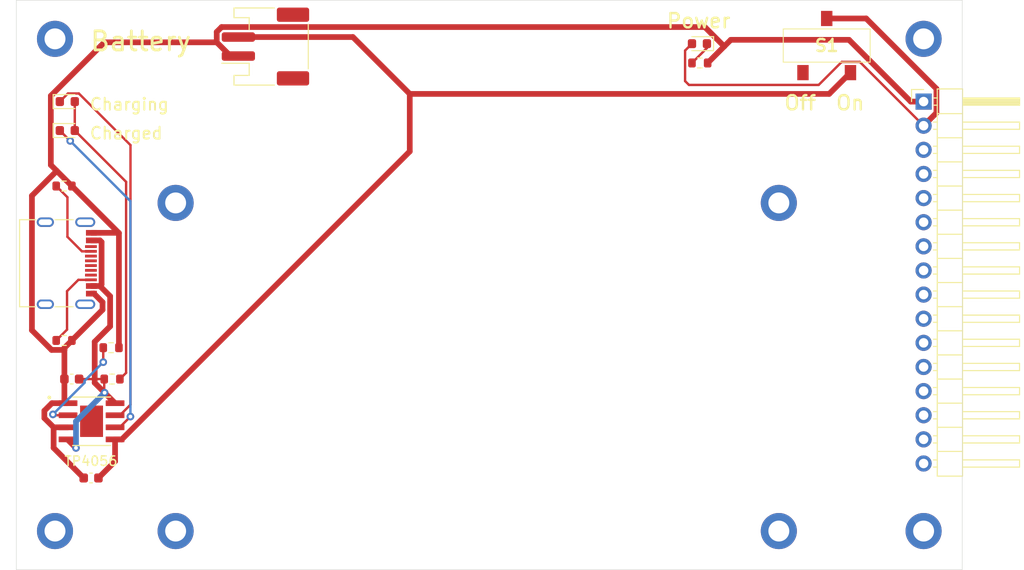
<source format=kicad_pcb>
(kicad_pcb (version 20221018) (generator pcbnew)
  (layers (0 "F.Cu" signal) (31 "B.Cu" signal) (34 "B.Paste" user) (35 "F.Paste" user) (36 "B.SilkS" user "B.Silkscreen") (37 "F.SilkS" user "F.Silkscreen") (38 "B.Mask" user) (39 "F.Mask" user) (44 "Edge.Cuts" user))
  (net 0 "")
  (net 1 "GND")
  (net 2 "Net-(BT1-Pin_2)")
  (net 3 "Net-(U1-CE)")
  (net 4 "Net-(D1-K)")
  (net 5 "Net-(D1-A)")
  (net 6 "Net-(D2-K)")
  (net 7 "Net-(D3-K)")
  (net 8 "VCC")
  (net 23 "Net-(J4-CC1)")
  (net 24 "Net-(J4-CC2)")
  (net 25 "Net-(U1-PROG)")
  (footprint "MountingHole:MountingHole_2.2mm_M2_DIN965_Pad" (layer "F.Cu") (at 107.188 43.688)
    (fp_text reference "HOLE6" hide)
    (fp_text value "MountingHole_2.2mm_M2_DIN965_Pad" hide)
    (pad "1" thru_hole circle (at 0 0) (size 3.8 3.8) (drill 2.2) (layers "*.Cu" "*.Mask"))
  )
  (footprint "Connector_PinHeader_2.54mm:PinHeader_1x16_P2.54mm_Horizontal" (layer "F.Cu") (at 122.428 33.02)
    (fp_text reference "J1" hide)
    (fp_text value "Conn_01x16")
    (fp_line (start -1.27 -1.27) (end 0 -1.27) (stroke (width 0.12)) (layer "F.SilkS"))
    (fp_line (start -1.27 0) (end -1.27 -1.27) (stroke (width 0.12)) (layer "F.SilkS"))
    (fp_line (start 1.042929 2.16) (end 1.44 2.16) (stroke (width 0.12)) (layer "F.SilkS"))
    (fp_line (start 1.042929 2.92) (end 1.44 2.92) (stroke (width 0.12)) (layer "F.SilkS"))
    (fp_line (start 1.042929 4.7) (end 1.44 4.7) (stroke (width 0.12)) (layer "F.SilkS"))
    (fp_line (start 1.042929 5.46) (end 1.44 5.46) (stroke (width 0.12)) (layer "F.SilkS"))
    (fp_line (start 1.042929 7.24) (end 1.44 7.24) (stroke (width 0.12)) (layer "F.SilkS"))
    (fp_line (start 1.042929 8) (end 1.44 8) (stroke (width 0.12)) (layer "F.SilkS"))
    (fp_line (start 1.042929 9.78) (end 1.44 9.78) (stroke (width 0.12)) (layer "F.SilkS"))
    (fp_line (start 1.042929 10.54) (end 1.44 10.54) (stroke (width 0.12)) (layer "F.SilkS"))
    (fp_line (start 1.042929 12.32) (end 1.44 12.32) (stroke (width 0.12)) (layer "F.SilkS"))
    (fp_line (start 1.042929 13.08) (end 1.44 13.08) (stroke (width 0.12)) (layer "F.SilkS"))
    (fp_line (start 1.042929 14.86) (end 1.44 14.86) (stroke (width 0.12)) (layer "F.SilkS"))
    (fp_line (start 1.042929 15.62) (end 1.44 15.62) (stroke (width 0.12)) (layer "F.SilkS"))
    (fp_line (start 1.042929 17.4) (end 1.44 17.4) (stroke (width 0.12)) (layer "F.SilkS"))
    (fp_line (start 1.042929 18.16) (end 1.44 18.16) (stroke (width 0.12)) (layer "F.SilkS"))
    (fp_line (start 1.042929 19.94) (end 1.44 19.94) (stroke (width 0.12)) (layer "F.SilkS"))
    (fp_line (start 1.042929 20.7) (end 1.44 20.7) (stroke (width 0.12)) (layer "F.SilkS"))
    (fp_line (start 1.042929 22.48) (end 1.44 22.48) (stroke (width 0.12)) (layer "F.SilkS"))
    (fp_line (start 1.042929 23.24) (end 1.44 23.24) (stroke (width 0.12)) (layer "F.SilkS"))
    (fp_line (start 1.042929 25.02) (end 1.44 25.02) (stroke (width 0.12)) (layer "F.SilkS"))
    (fp_line (start 1.042929 25.78) (end 1.44 25.78) (stroke (width 0.12)) (layer "F.SilkS"))
    (fp_line (start 1.042929 27.56) (end 1.44 27.56) (stroke (width 0.12)) (layer "F.SilkS"))
    (fp_line (start 1.042929 28.32) (end 1.44 28.32) (stroke (width 0.12)) (layer "F.SilkS"))
    (fp_line (start 1.042929 30.1) (end 1.44 30.1) (stroke (width 0.12)) (layer "F.SilkS"))
    (fp_line (start 1.042929 30.86) (end 1.44 30.86) (stroke (width 0.12)) (layer "F.SilkS"))
    (fp_line (start 1.042929 32.64) (end 1.44 32.64) (stroke (width 0.12)) (layer "F.SilkS"))
    (fp_line (start 1.042929 33.4) (end 1.44 33.4) (stroke (width 0.12)) (layer "F.SilkS"))
    (fp_line (start 1.042929 35.18) (end 1.44 35.18) (stroke (width 0.12)) (layer "F.SilkS"))
    (fp_line (start 1.042929 35.94) (end 1.44 35.94) (stroke (width 0.12)) (layer "F.SilkS"))
    (fp_line (start 1.042929 37.72) (end 1.44 37.72) (stroke (width 0.12)) (layer "F.SilkS"))
    (fp_line (start 1.042929 38.48) (end 1.44 38.48) (stroke (width 0.12)) (layer "F.SilkS"))
    (fp_line (start 1.11 -0.38) (end 1.44 -0.38) (stroke (width 0.12)) (layer "F.SilkS"))
    (fp_line (start 1.11 0.38) (end 1.44 0.38) (stroke (width 0.12)) (layer "F.SilkS"))
    (fp_line (start 1.44 -1.33) (end 1.44 39.43) (stroke (width 0.12)) (layer "F.SilkS"))
    (fp_line (start 1.44 1.27) (end 4.1 1.27) (stroke (width 0.12)) (layer "F.SilkS"))
    (fp_line (start 1.44 3.81) (end 4.1 3.81) (stroke (width 0.12)) (layer "F.SilkS"))
    (fp_line (start 1.44 6.35) (end 4.1 6.35) (stroke (width 0.12)) (layer "F.SilkS"))
    (fp_line (start 1.44 8.89) (end 4.1 8.89) (stroke (width 0.12)) (layer "F.SilkS"))
    (fp_line (start 1.44 11.43) (end 4.1 11.43) (stroke (width 0.12)) (layer "F.SilkS"))
    (fp_line (start 1.44 13.97) (end 4.1 13.97) (stroke (width 0.12)) (layer "F.SilkS"))
    (fp_line (start 1.44 16.51) (end 4.1 16.51) (stroke (width 0.12)) (layer "F.SilkS"))
    (fp_line (start 1.44 19.05) (end 4.1 19.05) (stroke (width 0.12)) (layer "F.SilkS"))
    (fp_line (start 1.44 21.59) (end 4.1 21.59) (stroke (width 0.12)) (layer "F.SilkS"))
    (fp_line (start 1.44 24.13) (end 4.1 24.13) (stroke (width 0.12)) (layer "F.SilkS"))
    (fp_line (start 1.44 26.67) (end 4.1 26.67) (stroke (width 0.12)) (layer "F.SilkS"))
    (fp_line (start 1.44 29.21) (end 4.1 29.21) (stroke (width 0.12)) (layer "F.SilkS"))
    (fp_line (start 1.44 31.75) (end 4.1 31.75) (stroke (width 0.12)) (layer "F.SilkS"))
    (fp_line (start 1.44 34.29) (end 4.1 34.29) (stroke (width 0.12)) (layer "F.SilkS"))
    (fp_line (start 1.44 36.83) (end 4.1 36.83) (stroke (width 0.12)) (layer "F.SilkS"))
    (fp_line (start 1.44 39.43) (end 4.1 39.43) (stroke (width 0.12)) (layer "F.SilkS"))
    (fp_line (start 4.1 -1.33) (end 1.44 -1.33) (stroke (width 0.12)) (layer "F.SilkS"))
    (fp_line (start 4.1 -0.38) (end 10.1 -0.38) (stroke (width 0.12)) (layer "F.SilkS"))
    (fp_line (start 4.1 -0.32) (end 10.1 -0.32) (stroke (width 0.12)) (layer "F.SilkS"))
    (fp_line (start 4.1 -0.2) (end 10.1 -0.2) (stroke (width 0.12)) (layer "F.SilkS"))
    (fp_line (start 4.1 -0.08) (end 10.1 -0.08) (stroke (width 0.12)) (layer "F.SilkS"))
    (fp_line (start 4.1 0.04) (end 10.1 0.04) (stroke (width 0.12)) (layer "F.SilkS"))
    (fp_line (start 4.1 0.16) (end 10.1 0.16) (stroke (width 0.12)) (layer "F.SilkS"))
    (fp_line (start 4.1 0.28) (end 10.1 0.28) (stroke (width 0.12)) (layer "F.SilkS"))
    (fp_line (start 4.1 2.16) (end 10.1 2.16) (stroke (width 0.12)) (layer "F.SilkS"))
    (fp_line (start 4.1 4.7) (end 10.1 4.7) (stroke (width 0.12)) (layer "F.SilkS"))
    (fp_line (start 4.1 7.24) (end 10.1 7.24) (stroke (width 0.12)) (layer "F.SilkS"))
    (fp_line (start 4.1 9.78) (end 10.1 9.78) (stroke (width 0.12)) (layer "F.SilkS"))
    (fp_line (start 4.1 12.32) (end 10.1 12.32) (stroke (width 0.12)) (layer "F.SilkS"))
    (fp_line (start 4.1 14.86) (end 10.1 14.86) (stroke (width 0.12)) (layer "F.SilkS"))
    (fp_line (start 4.1 17.4) (end 10.1 17.4) (stroke (width 0.12)) (layer "F.SilkS"))
    (fp_line (start 4.1 19.94) (end 10.1 19.94) (stroke (width 0.12)) (layer "F.SilkS"))
    (fp_line (start 4.1 22.48) (end 10.1 22.48) (stroke (width 0.12)) (layer "F.SilkS"))
    (fp_line (start 4.1 25.02) (end 10.1 25.02) (stroke (width 0.12)) (layer "F.SilkS"))
    (fp_line (start 4.1 27.56) (end 10.1 27.56) (stroke (width 0.12)) (layer "F.SilkS"))
    (fp_line (start 4.1 30.1) (end 10.1 30.1) (stroke (width 0.12)) (layer "F.SilkS"))
    (fp_line (start 4.1 32.64) (end 10.1 32.64) (stroke (width 0.12)) (layer "F.SilkS"))
    (fp_line (start 4.1 35.18) (end 10.1 35.18) (stroke (width 0.12)) (layer "F.SilkS"))
    (fp_line (start 4.1 37.72) (end 10.1 37.72) (stroke (width 0.12)) (layer "F.SilkS"))
    (fp_line (start 4.1 39.43) (end 4.1 -1.33) (stroke (width 0.12)) (layer "F.SilkS"))
    (fp_line (start 10.1 -0.38) (end 10.1 0.38) (stroke (width 0.12)) (layer "F.SilkS"))
    (fp_line (start 10.1 0.38) (end 4.1 0.38) (stroke (width 0.12)) (layer "F.SilkS"))
    (fp_line (start 10.1 2.16) (end 10.1 2.92) (stroke (width 0.12)) (layer "F.SilkS"))
    (fp_line (start 10.1 2.92) (end 4.1 2.92) (stroke (width 0.12)) (layer "F.SilkS"))
    (fp_line (start 10.1 4.7) (end 10.1 5.46) (stroke (width 0.12)) (layer "F.SilkS"))
    (fp_line (start 10.1 5.46) (end 4.1 5.46) (stroke (width 0.12)) (layer "F.SilkS"))
    (fp_line (start 10.1 7.24) (end 10.1 8) (stroke (width 0.12)) (layer "F.SilkS"))
    (fp_line (start 10.1 8) (end 4.1 8) (stroke (width 0.12)) (layer "F.SilkS"))
    (fp_line (start 10.1 9.78) (end 10.1 10.54) (stroke (width 0.12)) (layer "F.SilkS"))
    (fp_line (start 10.1 10.54) (end 4.1 10.54) (stroke (width 0.12)) (layer "F.SilkS"))
    (fp_line (start 10.1 12.32) (end 10.1 13.08) (stroke (width 0.12)) (layer "F.SilkS"))
    (fp_line (start 10.1 13.08) (end 4.1 13.08) (stroke (width 0.12)) (layer "F.SilkS"))
    (fp_line (start 10.1 14.86) (end 10.1 15.62) (stroke (width 0.12)) (layer "F.SilkS"))
    (fp_line (start 10.1 15.62) (end 4.1 15.62) (stroke (width 0.12)) (layer "F.SilkS"))
    (fp_line (start 10.1 17.4) (end 10.1 18.16) (stroke (width 0.12)) (layer "F.SilkS"))
    (fp_line (start 10.1 18.16) (end 4.1 18.16) (stroke (width 0.12)) (layer "F.SilkS"))
    (fp_line (start 10.1 19.94) (end 10.1 20.7) (stroke (width 0.12)) (layer "F.SilkS"))
    (fp_line (start 10.1 20.7) (end 4.1 20.7) (stroke (width 0.12)) (layer "F.SilkS"))
    (fp_line (start 10.1 22.48) (end 10.1 23.24) (stroke (width 0.12)) (layer "F.SilkS"))
    (fp_line (start 10.1 23.24) (end 4.1 23.24) (stroke (width 0.12)) (layer "F.SilkS"))
    (fp_line (start 10.1 25.02) (end 10.1 25.78) (stroke (width 0.12)) (layer "F.SilkS"))
    (fp_line (start 10.1 25.78) (end 4.1 25.78) (stroke (width 0.12)) (layer "F.SilkS"))
    (fp_line (start 10.1 27.56) (end 10.1 28.32) (stroke (width 0.12)) (layer "F.SilkS"))
    (fp_line (start 10.1 28.32) (end 4.1 28.32) (stroke (width 0.12)) (layer "F.SilkS"))
    (fp_line (start 10.1 30.1) (end 10.1 30.86) (stroke (width 0.12)) (layer "F.SilkS"))
    (fp_line (start 10.1 30.86) (end 4.1 30.86) (stroke (width 0.12)) (layer "F.SilkS"))
    (fp_line (start 10.1 32.64) (end 10.1 33.4) (stroke (width 0.12)) (layer "F.SilkS"))
    (fp_line (start 10.1 33.4) (end 4.1 33.4) (stroke (width 0.12)) (layer "F.SilkS"))
    (fp_line (start 10.1 35.18) (end 10.1 35.94) (stroke (width 0.12)) (layer "F.SilkS"))
    (fp_line (start 10.1 35.94) (end 4.1 35.94) (stroke (width 0.12)) (layer "F.SilkS"))
    (fp_line (start 10.1 37.72) (end 10.1 38.48) (stroke (width 0.12)) (layer "F.SilkS"))
    (fp_line (start 10.1 38.48) (end 4.1 38.48) (stroke (width 0.12)) (layer "F.SilkS"))
    (pad "1" thru_hole rect (at 0 0) (size 1.7 1.7) (drill 1) (layers "*.Cu" "*.Mask") (net 1 "GND"))
    (pad "2" thru_hole oval (at 0 2.54) (size 1.7 1.7) (drill 1) (layers "*.Cu" "*.Mask") (net 8 "VCC"))
    (pad "3" thru_hole oval (at 0 5.08) (size 1.7 1.7) (drill 1) (layers "*.Cu" "*.Mask"))
    (pad "4" thru_hole oval (at 0 7.62) (size 1.7 1.7) (drill 1) (layers "*.Cu" "*.Mask"))
    (pad "5" thru_hole oval (at 0 10.16) (size 1.7 1.7) (drill 1) (layers "*.Cu" "*.Mask"))
    (pad "6" thru_hole oval (at 0 12.7) (size 1.7 1.7) (drill 1) (layers "*.Cu" "*.Mask"))
    (pad "7" thru_hole oval (at 0 15.24) (size 1.7 1.7) (drill 1) (layers "*.Cu" "*.Mask"))
    (pad "8" thru_hole oval (at 0 17.78) (size 1.7 1.7) (drill 1) (layers "*.Cu" "*.Mask"))
    (pad "9" thru_hole oval (at 0 20.32) (size 1.7 1.7) (drill 1) (layers "*.Cu" "*.Mask"))
    (pad "10" thru_hole oval (at 0 22.86) (size 1.7 1.7) (drill 1) (layers "*.Cu" "*.Mask"))
    (pad "11" thru_hole oval (at 0 25.4) (size 1.7 1.7) (drill 1) (layers "*.Cu" "*.Mask"))
    (pad "12" thru_hole oval (at 0 27.94) (size 1.7 1.7) (drill 1) (layers "*.Cu" "*.Mask"))
    (pad "13" thru_hole oval (at 0 30.48) (size 1.7 1.7) (drill 1) (layers "*.Cu" "*.Mask"))
    (pad "14" thru_hole oval (at 0 33.02) (size 1.7 1.7) (drill 1) (layers "*.Cu" "*.Mask"))
    (pad "15" thru_hole oval (at 0 35.56) (size 1.7 1.7) (drill 1) (layers "*.Cu" "*.Mask"))
    (pad "16" thru_hole oval (at 0 38.1) (size 1.7 1.7) (drill 1) (layers "*.Cu" "*.Mask"))
  )
  (footprint "MountingHole:MountingHole_2.2mm_M2_DIN965_Pad" (layer "F.Cu") (at 43.688 43.688)
    (fp_text reference "HOLE5" hide)
    (fp_text value "MountingHole_2.2mm_M2_DIN965_Pad" hide)
    (pad "1" thru_hole circle (at 0 0) (size 3.8 3.8) (drill 2.2) (layers "*.Cu" "*.Mask"))
  )
  (footprint "Resistor_SMD:R_0603_1608Metric" (layer "F.Cu") (at 31.941 58.166 180)
    (fp_text reference "R3")
    (fp_text value "5.1k")
    (fp_line (start -0.237258 -0.5225) (end 0.237258 -0.5225) (stroke (width 0.12)) (layer "F.SilkS"))
    (fp_line (start -0.237258 0.5225) (end 0.237258 0.5225) (stroke (width 0.12)) (layer "F.SilkS"))
    (pad "1" smd roundrect (at -0.825 0 180) (size 0.8 0.95) (layers "F.Cu" "F.Paste" "F.Mask") (net 1 "GND"))
    (pad "2" smd roundrect (at 0.825 0 180) (size 0.8 0.95) (layers "F.Cu" "F.Paste" "F.Mask") (net 24 "Net-(J4-CC2)"))
  )
  (footprint "LED_SMD:LED_0603_1608Metric" (layer "F.Cu") (at 98.8315 26.924 180)
    (fp_text reference "D3")
    (fp_text value "LED")
    (fp_line (start -1.485 -0.735) (end -1.485 0.735) (stroke (width 0.12)) (layer "F.SilkS"))
    (fp_line (start -1.485 0.735) (end 0.8 0.735) (stroke (width 0.12)) (layer "F.SilkS"))
    (fp_line (start 0.8 -0.735) (end -1.485 -0.735) (stroke (width 0.12)) (layer "F.SilkS"))
    (pad "1" smd roundrect (at -0.7875 0 180) (size 0.875 0.95) (layers "F.Cu" "F.Paste" "F.Mask") (net 7 "Net-(D3-K)"))
    (pad "2" smd roundrect (at 0.7875 0 180) (size 0.875 0.95) (layers "F.Cu" "F.Paste" "F.Mask") (net 8 "VCC"))
  )
  (footprint "updated_libs:USB_C_Receptacle_G-Switch_GT-USB-7010ASV" (layer "F.Cu") (at 31.047 50.036 -90)
    (fp_text reference "J4")
    (fp_text value "USB_C_Receptacle_PowerOnly_6P")
    (fp_line (start -4.58 -1.85) (end -4.58 0.07) (stroke (width 0.12)) (layer "F.SilkS"))
    (fp_line (start -4.58 3.785) (end -4.58 2.08) (stroke (width 0.12)) (layer "F.SilkS"))
    (fp_line (start 4.58 0.07) (end 4.58 -1.85) (stroke (width 0.12)) (layer "F.SilkS"))
    (fp_line (start 4.58 2.08) (end 4.58 3.785) (stroke (width 0.12)) (layer "F.SilkS"))
    (fp_line (start 4.58 3.785) (end -4.58 3.785) (stroke (width 0.12)) (layer "F.SilkS"))
    (pad "" thru_hole oval (at -4.32 -3.125 270) (size 1 2.1) (drill oval 0.6 1.7) (layers "*.Cu" "*.Mask"))
    (pad "" thru_hole oval (at -4.32 1.075 270) (size 1 1.8) (drill oval 0.6 1.4) (layers "*.Cu" "*.Mask"))
    (pad "" np_thru_hole circle (at -2.89 -2.605 270) (size 0.65 0.65) (drill 0.65) (layers "*.Cu" "*.Mask"))
    (pad "" np_thru_hole circle (at 2.89 -2.605 270) (size 0.65 0.65) (drill 0.65) (layers "*.Cu" "*.Mask"))
    (pad "" thru_hole oval (at 4.32 -3.125 270) (size 1 2.1) (drill oval 0.6 1.7) (layers "*.Cu" "*.Mask"))
    (pad "" thru_hole oval (at 4.32 1.075 270) (size 1 1.8) (drill oval 0.6 1.4) (layers "*.Cu" "*.Mask"))
    (pad "A5" smd rect (at -1.25 -3.725 270) (size 0.3 1.24) (layers "F.Cu" "F.Paste" "F.Mask") (net 23 "Net-(J4-CC1)"))
    (pad "A6" smd rect (at -0.25 -3.725 270) (size 0.3 1.24) (layers "F.Cu" "F.Paste" "F.Mask"))
    (pad "A7" smd rect (at 0.25 -3.725 270) (size 0.3 1.24) (layers "F.Cu" "F.Paste" "F.Mask"))
    (pad "A8" smd rect (at 1.25 -3.725 270) (size 0.3 1.24) (layers "F.Cu" "F.Paste" "F.Mask"))
    (pad "A9" smd rect (at 2.4 -3.7725 270) (size 0.6 1.145) (layers "F.Cu" "F.Paste" "F.Mask") (net 3 "Net-(U1-CE)"))
    (pad "A12" smd rect (at 3.2 -3.7725 270) (size 0.6 1.145) (layers "F.Cu" "F.Paste" "F.Mask") (net 1 "GND"))
    (pad "B5" smd rect (at 1.75 -3.725 270) (size 0.3 1.24) (layers "F.Cu" "F.Paste" "F.Mask") (net 24 "Net-(J4-CC2)"))
    (pad "B6" smd rect (at 0.75 -3.725 270) (size 0.3 1.24) (layers "F.Cu" "F.Paste" "F.Mask"))
    (pad "B7" smd rect (at -0.75 -3.725 270) (size 0.3 1.24) (layers "F.Cu" "F.Paste" "F.Mask"))
    (pad "B8" smd rect (at -1.75 -3.725 270) (size 0.3 1.24) (layers "F.Cu" "F.Paste" "F.Mask"))
    (pad "B9" smd rect (at -2.4 -3.7725 270) (size 0.6 1.145) (layers "F.Cu" "F.Paste" "F.Mask") (net 3 "Net-(U1-CE)"))
    (pad "B12" smd rect (at -3.2 -3.7725 270) (size 0.6 1.145) (layers "F.Cu" "F.Paste" "F.Mask") (net 1 "GND"))
  )
  (footprint "LED_SMD:LED_0603_1608Metric" (layer "F.Cu") (at 32.2835 33.02)
    (fp_text reference "D2" hide)
    (fp_text value "RED")
    (fp_line (start -1.485 -0.735) (end -1.485 0.735) (stroke (width 0.12)) (layer "F.SilkS"))
    (fp_line (start -1.485 0.735) (end 0.8 0.735) (stroke (width 0.12)) (layer "F.SilkS"))
    (fp_line (start 0.8 -0.735) (end -1.485 -0.735) (stroke (width 0.12)) (layer "F.SilkS"))
    (pad "1" smd roundrect (at -0.7875 0) (size 0.875 0.95) (layers "F.Cu" "F.Paste" "F.Mask") (net 6 "Net-(D2-K)"))
    (pad "2" smd roundrect (at 0.7875 0) (size 0.875 0.95) (layers "F.Cu" "F.Paste" "F.Mask") (net 5 "Net-(D1-A)"))
  )
  (footprint "MountingHole:MountingHole_2.2mm_M2_DIN965_Pad" (layer "F.Cu") (at 122.428 26.416)
    (fp_text reference "HOLE2" hide)
    (fp_text value "MountingHole_2.2mm_M2_DIN965_Pad" hide)
    (pad "1" thru_hole circle (at 0 0) (size 3.8 3.8) (drill 2.2) (layers "*.Cu" "*.Mask"))
  )
  (footprint "Resistor_SMD:R_0603_1608Metric" (layer "F.Cu") (at 98.869 28.956 180)
    (fp_text reference "R5")
    (fp_text value "10k")
    (fp_line (start -0.237258 -0.5225) (end 0.237258 -0.5225) (stroke (width 0.12)) (layer "F.SilkS"))
    (fp_line (start -0.237258 0.5225) (end 0.237258 0.5225) (stroke (width 0.12)) (layer "F.SilkS"))
    (pad "1" smd roundrect (at -0.825 0 180) (size 0.8 0.95) (layers "F.Cu" "F.Paste" "F.Mask") (net 1 "GND"))
    (pad "2" smd roundrect (at 0.825 0 180) (size 0.8 0.95) (layers "F.Cu" "F.Paste" "F.Mask") (net 7 "Net-(D3-K)"))
  )
  (footprint "LED_SMD:LED_0603_1608Metric" (layer "F.Cu") (at 32.2835 36.068)
    (fp_text reference "D1" hide)
    (fp_text value "GREEN")
    (fp_line (start -1.485 -0.735) (end -1.485 0.735) (stroke (width 0.12)) (layer "F.SilkS"))
    (fp_line (start -1.485 0.735) (end 0.8 0.735) (stroke (width 0.12)) (layer "F.SilkS"))
    (fp_line (start 0.8 -0.735) (end -1.485 -0.735) (stroke (width 0.12)) (layer "F.SilkS"))
    (pad "1" smd roundrect (at -0.7875 0) (size 0.875 0.95) (layers "F.Cu" "F.Paste" "F.Mask") (net 4 "Net-(D1-K)"))
    (pad "2" smd roundrect (at 0.7875 0) (size 0.875 0.95) (layers "F.Cu" "F.Paste" "F.Mask") (net 5 "Net-(D1-A)"))
  )
  (footprint "Resistor_SMD:R_0603_1608Metric" (layer "F.Cu") (at 36.893 58.928 180)
    (fp_text reference "R1" hide)
    (fp_text value "1.2k")
    (fp_line (start -0.237258 -0.5225) (end 0.237258 -0.5225) (stroke (width 0.12)) (layer "F.SilkS"))
    (fp_line (start -0.237258 0.5225) (end 0.237258 0.5225) (stroke (width 0.12)) (layer "F.SilkS"))
    (pad "1" smd roundrect (at -0.825 0 180) (size 0.8 0.95) (layers "F.Cu" "F.Paste" "F.Mask") (net 1 "GND"))
    (pad "2" smd roundrect (at 0.825 0 180) (size 0.8 0.95) (layers "F.Cu" "F.Paste" "F.Mask") (net 25 "Net-(U1-PROG)"))
  )
  (footprint "Capacitor_SMD:C_0603_1608Metric" (layer "F.Cu") (at 32.753 62.23 180)
    (fp_text reference "C1" hide)
    (fp_text value "10uF")
    (fp_line (start -0.14058 -0.51) (end 0.14058 -0.51) (stroke (width 0.12)) (layer "F.SilkS"))
    (fp_line (start -0.14058 0.51) (end 0.14058 0.51) (stroke (width 0.12)) (layer "F.SilkS"))
    (pad "1" smd roundrect (at -0.775 0 180) (size 0.9 0.95) (layers "F.Cu" "F.Paste" "F.Mask") (net 3 "Net-(U1-CE)"))
    (pad "2" smd roundrect (at 0.775 0 180) (size 0.9 0.95) (layers "F.Cu" "F.Paste" "F.Mask") (net 1 "GND"))
  )
  (footprint "MountingHole:MountingHole_2.2mm_M2_DIN965_Pad" (layer "F.Cu") (at 30.988 26.416)
    (fp_text reference "HOLE1" hide)
    (fp_text value "MountingHole_2.2mm_M2_DIN965_Pad" hide)
    (pad "1" thru_hole circle (at 0 0) (size 3.8 3.8) (drill 2.2) (layers "*.Cu" "*.Mask"))
  )
  (footprint "Resistor_SMD:R_0603_1608Metric" (layer "F.Cu") (at 36.995 62.23 180)
    (fp_text reference "R2" hide)
    (fp_text value "10k")
    (fp_line (start -0.237258 -0.5225) (end 0.237258 -0.5225) (stroke (width 0.12)) (layer "F.SilkS"))
    (fp_line (start -0.237258 0.5225) (end 0.237258 0.5225) (stroke (width 0.12)) (layer "F.SilkS"))
    (pad "1" smd roundrect (at -0.825 0 180) (size 0.8 0.95) (layers "F.Cu" "F.Paste" "F.Mask") (net 5 "Net-(D1-A)"))
    (pad "2" smd roundrect (at 0.825 0 180) (size 0.8 0.95) (layers "F.Cu" "F.Paste" "F.Mask") (net 3 "Net-(U1-CE)"))
  )
  (footprint "Connector_JST:JST_PH_S2B-PH-SM4-TB_1x02-1MP_P2.00mm_Horizontal" (layer "F.Cu") (at 53.142 27.226 90)
    (fp_text reference "BT1" hide)
    (fp_text value "Battery")
    (fp_line (start -4.06 -3.31) (end -3.04 -3.31) (stroke (width 0.12)) (layer "F.SilkS"))
    (fp_line (start -4.06 0.94) (end -4.06 -3.31) (stroke (width 0.12)) (layer "F.SilkS"))
    (fp_line (start -3.04 -3.31) (end -3.04 -1.71) (stroke (width 0.12)) (layer "F.SilkS"))
    (fp_line (start -3.04 -1.71) (end -1.76 -1.71) (stroke (width 0.12)) (layer "F.SilkS"))
    (fp_line (start -2.34 4.51) (end 2.34 4.51) (stroke (width 0.12)) (layer "F.SilkS"))
    (fp_line (start -1.76 -1.71) (end -1.76 -4.6) (stroke (width 0.12)) (layer "F.SilkS"))
    (fp_line (start 3.04 -3.31) (end 3.04 -1.71) (stroke (width 0.12)) (layer "F.SilkS"))
    (fp_line (start 3.04 -1.71) (end 1.76 -1.71) (stroke (width 0.12)) (layer "F.SilkS"))
    (fp_line (start 4.06 -3.31) (end 3.04 -3.31) (stroke (width 0.12)) (layer "F.SilkS"))
    (fp_line (start 4.06 0.94) (end 4.06 -3.31) (stroke (width 0.12)) (layer "F.SilkS"))
    (pad "1" smd roundrect (at -1 -2.85 90) (size 1 3.5) (layers "F.Cu" "F.Paste" "F.Mask") (net 1 "GND"))
    (pad "2" smd roundrect (at 1 -2.85 90) (size 1 3.5) (layers "F.Cu" "F.Paste" "F.Mask") (net 2 "Net-(BT1-Pin_2)"))
    (pad "MP" smd roundrect (at -3.35 2.9 90) (size 1.5 3.4) (layers "F.Cu" "F.Paste" "F.Mask") (roundrect_rratio 0.1666673333))
    (pad "MP" smd roundrect (at 3.35 2.9 90) (size 1.5 3.4) (layers "F.Cu" "F.Paste" "F.Mask") (roundrect_rratio 0.1666673333))
  )
  (footprint "TP4056:SOP127P600X175-9N" (layer "F.Cu") (at 34.837 66.675)
    (fp_text reference "U1" hide)
    (fp_text value "TP4056" (at -0.065 4.191) (layer "F.SilkS"))
    (fp_line (start -2 -2.55) (end 2 -2.55) (stroke (width 0.127)) (layer "F.SilkS"))
    (fp_line (start -2 2.55) (end 2 2.55) (stroke (width 0.127)) (layer "F.SilkS"))
    (fp_circle (center -4.445 -2.505) (end -4.345 -2.505) (stroke (width 0.2)) (fill none) (layer "F.SilkS"))
    (pad "1" smd roundrect (at -2.475 -1.905) (size 1.97 0.6) (layers "F.Cu" "F.Paste" "F.Mask") (roundrect_rratio 0.07) (net 1 "GND"))
    (pad "2" smd roundrect (at -2.475 -0.635) (size 1.97 0.6) (layers "F.Cu" "F.Paste" "F.Mask") (roundrect_rratio 0.07) (net 25 "Net-(U1-PROG)"))
    (pad "3" smd roundrect (at -2.475 0.635) (size 1.97 0.6) (layers "F.Cu" "F.Paste" "F.Mask") (roundrect_rratio 0.07) (net 1 "GND"))
    (pad "4" smd roundrect (at -2.475 1.905) (size 1.97 0.6) (layers "F.Cu" "F.Paste" "F.Mask") (roundrect_rratio 0.07) (net 3 "Net-(U1-CE)"))
    (pad "5" smd roundrect (at 2.475 1.905) (size 1.97 0.6) (layers "F.Cu" "F.Paste" "F.Mask") (roundrect_rratio 0.07) (net 2 "Net-(BT1-Pin_2)"))
    (pad "6" smd roundrect (at 2.475 0.635) (size 1.97 0.6) (layers "F.Cu" "F.Paste" "F.Mask") (roundrect_rratio 0.07) (net 4 "Net-(D1-K)"))
    (pad "7" smd roundrect (at 2.475 -0.635) (size 1.97 0.6) (layers "F.Cu" "F.Paste" "F.Mask") (roundrect_rratio 0.07) (net 6 "Net-(D2-K)"))
    (pad "8" smd roundrect (at 2.475 -1.905) (size 1.97 0.6) (layers "F.Cu" "F.Paste" "F.Mask") (roundrect_rratio 0.07) (net 3 "Net-(U1-CE)"))
    (pad "9" smd rect (at 0 0) (size 2.413 3.302) (layers "F.Cu" "F.Mask"))
  )
  (footprint "MountingHole:MountingHole_2.2mm_M2_DIN965_Pad" (layer "F.Cu") (at 107.188 78.232)
    (fp_text reference "HOLE8" hide)
    (fp_text value "MountingHole_2.2mm_M2_DIN965_Pad" hide)
    (pad "1" thru_hole circle (at 0 0) (size 3.8 3.8) (drill 2.2) (layers "*.Cu" "*.Mask"))
  )
  (footprint "SS-3235D-03-L2:SS3235D03L2" (layer "F.Cu") (at 112.228 27.122)
    (fp_text reference "S1" (at 0 0) (layer "F.SilkS") (effects (font (size 1.27 1.27) (thickness 0.254))))
    (fp_text value "SS-3235D-03-L2" hide)
    (fp_line (start -4.575 -1.75) (end 4.575 -1.75) (stroke (width 0.1)) (layer "F.SilkS"))
    (fp_line (start -4.575 1.75) (end -4.575 -1.75) (stroke (width 0.1)) (layer "F.SilkS"))
    (fp_line (start 4.575 -1.75) (end 4.575 1.75) (stroke (width 0.1)) (layer "F.SilkS"))
    (fp_line (start 4.575 1.75) (end -4.575 1.75) (stroke (width 0.1)) (layer "F.SilkS"))
    (pad "1" smd rect (at -2.5 2.85) (size 1.2 1.6) (layers "F.Cu" "F.Paste" "F.Mask"))
    (pad "2" smd rect (at 0 -2.85) (size 1.2 1.6) (layers "F.Cu" "F.Paste" "F.Mask") (net 8 "VCC"))
    (pad "3" smd rect (at 2.5 2.85) (size 1.2 1.6) (layers "F.Cu" "F.Paste" "F.Mask") (net 2 "Net-(BT1-Pin_2)"))
  )
  (footprint "Resistor_SMD:R_0603_1608Metric" (layer "F.Cu") (at 31.941 41.91 180)
    (fp_text reference "R4")
    (fp_text value "5.1k")
    (fp_line (start -0.237258 -0.5225) (end 0.237258 -0.5225) (stroke (width 0.12)) (layer "F.SilkS"))
    (fp_line (start -0.237258 0.5225) (end 0.237258 0.5225) (stroke (width 0.12)) (layer "F.SilkS"))
    (pad "1" smd roundrect (at -0.825 0 180) (size 0.8 0.95) (layers "F.Cu" "F.Paste" "F.Mask") (net 1 "GND"))
    (pad "2" smd roundrect (at 0.825 0 180) (size 0.8 0.95) (layers "F.Cu" "F.Paste" "F.Mask") (net 23 "Net-(J4-CC1)"))
  )
  (footprint "MountingHole:MountingHole_2.2mm_M2_DIN965_Pad" (layer "F.Cu") (at 30.988 78.232)
    (fp_text reference "HOLE3" hide)
    (fp_text value "MountingHole_2.2mm_M2_DIN965_Pad" hide)
    (pad "1" thru_hole circle (at 0 0) (size 3.8 3.8) (drill 2.2) (layers "*.Cu" "*.Mask"))
  )
  (footprint "Capacitor_SMD:C_0603_1608Metric" (layer "F.Cu") (at 34.785 72.644 180)
    (fp_text reference "C2" hide)
    (fp_text value "10uF")
    (fp_line (start -0.14058 -0.51) (end 0.14058 -0.51) (stroke (width 0.12)) (layer "F.SilkS"))
    (fp_line (start -0.14058 0.51) (end 0.14058 0.51) (stroke (width 0.12)) (layer "F.SilkS"))
    (pad "1" smd roundrect (at -0.775 0 180) (size 0.9 0.95) (layers "F.Cu" "F.Paste" "F.Mask") (net 2 "Net-(BT1-Pin_2)"))
    (pad "2" smd roundrect (at 0.775 0 180) (size 0.9 0.95) (layers "F.Cu" "F.Paste" "F.Mask") (net 1 "GND"))
  )
  (footprint "MountingHole:MountingHole_2.2mm_M2_DIN965_Pad" (layer "F.Cu") (at 43.688 78.232)
    (fp_text reference "HOLE7" hide)
    (fp_text value "MountingHole_2.2mm_M2_DIN965_Pad" hide)
    (pad "1" thru_hole circle (at 0 0) (size 3.8 3.8) (drill 2.2) (layers "*.Cu" "*.Mask"))
  )
  (footprint "MountingHole:MountingHole_2.2mm_M2_DIN965_Pad" (layer "F.Cu") (at 122.428 78.232)
    (fp_text reference "HOLE4" hide)
    (fp_text value "MountingHole_2.2mm_M2_DIN965_Pad" hide)
    (pad "1" thru_hole circle (at 0 0) (size 3.8 3.8) (drill 2.2) (layers "*.Cu" "*.Mask"))
  )
  (gr_line (start 126.492 22.352) (end 126.492 82.296) (stroke (width 0.05)) (layer "Edge.Cuts"))
  (gr_line (start 126.492 82.296) (end 26.924 82.296) (stroke (width 0.05)) (layer "Edge.Cuts"))
  (gr_line (start 26.924 22.352) (end 126.492 22.352) (stroke (width 0.05)) (layer "Edge.Cuts"))
  (gr_line (start 26.924 82.296) (end 26.924 22.352) (stroke (width 0.05)) (layer "Edge.Cuts"))
  (gr_text "Charging" (at 34.544 34.036) (layer "F.SilkS") (effects (font (size 1.25 1.25) (thickness 0.2)) (justify left bottom)))
  (gr_text "On" (at 116.332 34.036) (layer "F.SilkS") (effects (font (size 1.5 1.5) (thickness 0.25) bold) (justify right bottom)))
  (gr_text "Off" (at 111.252 34.036) (layer "F.SilkS") (effects (font (size 1.5 1.5) (thickness 0.25) bold) (justify right bottom)))
  (gr_text "Battery" (at 34.544 26.67) (layer "F.SilkS") (effects (font (size 2 2) (thickness 0.3)) (justify left)))
  (gr_text "Power" (at 102.234 25.4) (layer "F.SilkS") (effects (font (size 1.5 1.5) (thickness 0.25) bold) (justify right bottom)))
  (gr_text "Charged" (at 34.544 37.084) (layer "F.SilkS") (effects (font (size 1.25 1.25) (thickness 0.2)) (justify left bottom)))
  (segment (start 102.13 26.52) (end 114.5761 26.52) (width 0.6) (layer "F.Cu") (net 1))
  (segment (start 30.5506 32.4131) (end 36.1817 26.782) (width 0.6) (layer "F.Cu") (net 1))
  (segment (start 30.8431 67.31) (end 29.8695 66.3364) (width 0.6) (layer "F.Cu") (net 1))
  (segment (start 101.4379 27.2121) (end 99.4017 25.176) (width 0.6) (layer "F.Cu") (net 1))
  (segment (start 34.01 72.644) (end 30.8431 69.4771) (width 0.6) (layer "F.Cu") (net 1))
  (segment (start 31.1737 40.3177) (end 30.5506 39.6946) (width 0.6) (layer "F.Cu") (net 1))
  (segment (start 32.362 64.77) (end 31.978 64.386) (width 0.6) (layer "F.Cu") (net 1))
  (segment (start 29.8695 65.5651) (end 30.6646 64.77) (width 0.6) (layer "F.Cu") (net 1))
  (segment (start 35.992 54.94) (end 35.992 54.136) (width 0.6) (layer "F.Cu") (net 1))
  (segment (start 35.092 53.236) (end 34.8195 53.236) (width 0.6) (layer "F.Cu") (net 1))
  (segment (start 34.8195 46.836) (end 37.692 46.836) (width 0.6) (layer "F.Cu") (net 1))
  (segment (start 32.766 58.166) (end 31.978 58.954) (width 0.6) (layer "F.Cu") (net 1))
  (segment (start 30.6646 64.77) (end 32.362 64.77) (width 0.6) (layer "F.Cu") (net 1))
  (segment (start 32.766 41.91) (end 31.1737 40.3177) (width 0.6) (layer "F.Cu") (net 1))
  (segment (start 31.978 58.954) (end 31.978 59.1623) (width 0.6) (layer "F.Cu") (net 1))
  (segment (start 32.362 67.31) (end 30.8431 67.31) (width 0.6) (layer "F.Cu") (net 1))
  (segment (start 37.718 46.862) (end 32.766 41.91) (width 0.6) (layer "F.Cu") (net 1))
  (segment (start 32.766 58.166) (end 35.992 54.94) (width 0.6) (layer "F.Cu") (net 1))
  (segment (start 30.6288 59.1623) (end 28.5607 57.0942) (width 0.6) (layer "F.Cu") (net 1))
  (segment (start 31.978 59.1623) (end 31.978 62.23) (width 0.6) (layer "F.Cu") (net 1))
  (segment (start 37.718 58.928) (end 37.718 46.862) (width 0.6) (layer "F.Cu") (net 1))
  (segment (start 28.5607 57.0942) (end 28.5607 42.9307) (width 0.6) (layer "F.Cu") (net 1))
  (segment (start 31.978 59.1623) (end 30.6288 59.1623) (width 0.6) (layer "F.Cu") (net 1))
  (segment (start 36.1817 26.782) (end 48.0139 26.782) (width 0.6) (layer "F.Cu") (net 1))
  (segment (start 31.978 64.386) (end 31.978 62.23) (width 0.6) (layer "F.Cu") (net 1))
  (segment (start 48.0139 25.6876) (end 48.0139 26.782) (width 0.6) (layer "F.Cu") (net 1))
  (segment (start 35.992 54.136) (end 35.092 53.236) (width 0.6) (layer "F.Cu") (net 1))
  (segment (start 28.5607 42.9307) (end 31.1737 40.3177) (width 0.6) (layer "F.Cu") (net 1))
  (segment (start 122.428 33.02) (end 121.0761 33.02) (width 0.6) (layer "F.Cu") (net 1))
  (segment (start 99.4017 25.176) (end 48.5255 25.176) (width 0.6) (layer "F.Cu") (net 1))
  (segment (start 30.5506 39.6946) (end 30.5506 32.4131) (width 0.6) (layer "F.Cu") (net 1))
  (segment (start 48.0139 26.782) (end 49.4579 28.226) (width 0.6) (layer "F.Cu") (net 1))
  (segment (start 114.5761 26.52) (end 121.0761 33.02) (width 0.6) (layer "F.Cu") (net 1))
  (segment (start 49.4579 28.226) (end 50.292 28.226) (width 0.6) (layer "F.Cu") (net 1))
  (segment (start 101.4379 27.2121) (end 102.13 26.52) (width 0.6) (layer "F.Cu") (net 1))
  (segment (start 48.5255 25.176) (end 48.0139 25.6876) (width 0.6) (layer "F.Cu") (net 1))
  (segment (start 29.8695 66.3364) (end 29.8695 65.5651) (width 0.6) (layer "F.Cu") (net 1))
  (segment (start 37.692 46.836) (end 37.718 46.862) (width 0.25) (layer "F.Cu") (net 1))
  (segment (start 99.694 28.956) (end 101.4379 27.2121) (width 0.6) (layer "F.Cu") (net 1))
  (segment (start 30.8431 69.4771) (end 30.8431 67.31) (width 0.6) (layer "F.Cu") (net 1))
  (segment (start 37.312 68.58) (end 37.312 70.892) (width 0.6) (layer "F.Cu") (net 2))
  (segment (start 38.0212 68.58) (end 68.3349 38.2663) (width 0.6) (layer "F.Cu") (net 2))
  (segment (start 112.488 32.212) (end 114.728 29.972) (width 0.6) (layer "F.Cu") (net 2))
  (segment (start 37.312 68.58) (end 38.0212 68.58) (width 0.6) (layer "F.Cu") (net 2))
  (segment (start 68.3349 38.2663) (end 68.3349 32.212) (width 0.6) (layer "F.Cu") (net 2))
  (segment (start 68.3349 32.212) (end 112.488 32.212) (width 0.6) (layer "F.Cu") (net 2))
  (segment (start 62.3489 26.226) (end 50.292 26.226) (width 0.6) (layer "F.Cu") (net 2))
  (segment (start 37.312 70.892) (end 35.56 72.644) (width 0.6) (layer "F.Cu") (net 2))
  (segment (start 68.3349 32.212) (end 62.3489 26.226) (width 0.6) (layer "F.Cu") (net 2))
  (segment (start 32.362 68.6479) (end 33.1983 69.4842) (width 0.6) (layer "F.Cu") (net 3))
  (segment (start 36.2104 63.6683) (end 36.17 63.6279) (width 0.25) (layer "F.Cu") (net 3))
  (segment (start 36.17 63.6279) (end 36.17 62.23) (width 0.25) (layer "F.Cu") (net 3))
  (segment (start 34.8195 47.636) (end 35.7189 47.636) (width 0.6) (layer "F.Cu") (net 3))
  (segment (start 36.792 56.68) (end 35.168 58.304) (width 0.6) (layer "F.Cu") (net 3))
  (segment (start 35.892 47.8091) (end 35.892 52.2614) (width 0.6) (layer "F.Cu") (net 3))
  (segment (start 33.528 62.23) (end 36.17 62.23) (width 0.25) (layer "F.Cu") (net 3))
  (segment (start 35.168 62.626) (end 37.312 64.77) (width 0.6) (layer "F.Cu") (net 3))
  (segment (start 34.8195 52.436) (end 35.7174 52.436) (width 0.6) (layer "F.Cu") (net 3))
  (segment (start 32.362 68.58) (end 32.362 68.6479) (width 0.25) (layer "F.Cu") (net 3))
  (segment (start 35.7174 52.436) (end 36.792 53.5106) (width 0.6) (layer "F.Cu") (net 3))
  (segment (start 37.312 64.77) (end 36.2104 63.6684) (width 0.25) (layer "F.Cu") (net 3))
  (segment (start 35.7189 47.636) (end 35.892 47.8091) (width 0.6) (layer "F.Cu") (net 3))
  (segment (start 36.792 53.5106) (end 36.792 56.68) (width 0.6) (layer "F.Cu") (net 3))
  (segment (start 35.892 52.2614) (end 35.7174 52.436) (width 0.6) (layer "F.Cu") (net 3))
  (segment (start 35.168 58.304) (end 35.168 62.626) (width 0.6) (layer "F.Cu") (net 3))
  (segment (start 36.2104 63.6684) (end 36.2104 63.6683) (width 0.25) (layer "F.Cu") (net 3))
  (via (at 36.2104 63.6683) (size 0.8) (drill 0.4) (layers "F.Cu" "B.Cu") (net 3))
  (via (at 33.1983 69.4842) (size 0.8) (drill 0.4) (layers "F.Cu" "B.Cu") (net 3))
  (segment (start 33.1983 66.6804) (end 36.2104 63.6683) (width 0.6) (layer "B.Cu") (net 3))
  (segment (start 33.1983 69.4842) (end 33.1983 66.6804) (width 0.6) (layer "B.Cu") (net 3))
  (segment (start 37.7988 67.31) (end 38.9283 66.1805) (width 0.25) (layer "F.Cu") (net 4))
  (segment (start 37.312 67.31) (end 37.7988 67.31) (width 0.25) (layer "F.Cu") (net 4))
  (segment (start 32.5879 37.1599) (end 31.496 36.068) (width 0.25) (layer "F.Cu") (net 4))
  (via (at 32.5879 37.1599) (size 0.8) (drill 0.4) (layers "F.Cu" "B.Cu") (net 4))
  (via (at 38.9283 66.1805) (size 0.8) (drill 0.4) (layers "F.Cu" "B.Cu") (net 4))
  (segment (start 38.9283 43.5003) (end 32.5879 37.1599) (width 0.25) (layer "B.Cu") (net 4))
  (segment (start 38.9283 66.1805) (end 38.9283 43.5003) (width 0.25) (layer "B.Cu") (net 4))
  (segment (start 33.071 36.068) (end 38.4742 41.4712) (width 0.25) (layer "F.Cu") (net 5))
  (segment (start 33.071 33.02) (end 33.071 36.068) (width 0.25) (layer "F.Cu") (net 5))
  (segment (start 38.4742 41.4712) (end 38.4742 61.5758) (width 0.25) (layer "F.Cu") (net 5))
  (segment (start 38.4742 61.5758) (end 37.82 62.23) (width 0.25) (layer "F.Cu") (net 5))
  (segment (start 32.347 32.169) (end 31.496 33.02) (width 0.25) (layer "F.Cu") (net 6))
  (segment (start 38.9351 37.6023) (end 33.5018 32.169) (width 0.25) (layer "F.Cu") (net 6))
  (segment (start 33.5018 32.169) (end 32.347 32.169) (width 0.25) (layer "F.Cu") (net 6))
  (segment (start 37.8238 66.04) (end 38.9351 64.9287) (width 0.25) (layer "F.Cu") (net 6))
  (segment (start 38.9351 64.9287) (end 38.9351 37.6023) (width 0.25) (layer "F.Cu") (net 6))
  (segment (start 37.312 66.04) (end 37.8238 66.04) (width 0.25) (layer "F.Cu") (net 6))
  (segment (start 99.619 26.924) (end 99.619 27.381) (width 0.25) (layer "F.Cu") (net 7))
  (segment (start 99.619 27.381) (end 98.044 28.956) (width 0.25) (layer "F.Cu") (net 7))
  (segment (start 97.319 27.649) (end 97.319 30.862) (width 0.25) (layer "F.Cu") (net 8))
  (segment (start 112.228 24.272) (end 116.38 24.272) (width 0.6) (layer "F.Cu") (net 8))
  (segment (start 123.778 31.67) (end 123.778 34.21) (width 0.6) (layer "F.Cu") (net 8))
  (segment (start 115.715 28.847) (end 122.428 35.56) (width 0.25) (layer "F.Cu") (net 8))
  (segment (start 123.778 34.21) (end 122.428 35.56) (width 0.6) (layer "F.Cu") (net 8))
  (segment (start 113.803 28.847) (end 115.715 28.847) (width 0.25) (layer "F.Cu") (net 8))
  (segment (start 98.044 26.924) (end 97.319 27.649) (width 0.25) (layer "F.Cu") (net 8))
  (segment (start 116.38 24.272) (end 123.778 31.67) (width 0.6) (layer "F.Cu") (net 8))
  (segment (start 97.725058 31.268058) (end 111.381942 31.268058) (width 0.25) (layer "F.Cu") (net 8))
  (segment (start 111.381942 31.268058) (end 113.803 28.847) (width 0.25) (layer "F.Cu") (net 8))
  (segment (start 97.319 30.862) (end 97.725058 31.268058) (width 0.25) (layer "F.Cu") (net 8))
  (segment (start 32.2982 43.0922) (end 32.2982 47.2591) (width 0.25) (layer "F.Cu") (net 23))
  (segment (start 34.772 48.786) (end 33.8251 48.786) (width 0.25) (layer "F.Cu") (net 23))
  (segment (start 32.2982 47.2591) (end 33.8251 48.786) (width 0.25) (layer "F.Cu") (net 23))
  (segment (start 31.116 41.91) (end 32.2982 43.0922) (width 0.25) (layer "F.Cu") (net 23))
  (segment (start 32.2561 57.0259) (end 32.2561 52.9784) (width 0.25) (layer "F.Cu") (net 24))
  (segment (start 31.116 58.166) (end 32.2561 57.0259) (width 0.25) (layer "F.Cu") (net 24))
  (segment (start 33.4485 51.786) (end 34.772 51.786) (width 0.25) (layer "F.Cu") (net 24))
  (segment (start 32.2561 52.9784) (end 33.4485 51.786) (width 0.25) (layer "F.Cu") (net 24))
  (segment (start 30.8604 66.04) (end 30.7716 65.9512) (width 0.25) (layer "F.Cu") (net 25))
  (segment (start 36.068 58.928) (end 36.068 60.452) (width 0.25) (layer "F.Cu") (net 25))
  (segment (start 32.362 66.04) (end 30.8604 66.04) (width 0.25) (layer "F.Cu") (net 25))
  (via (at 30.7716 65.9512) (size 0.8) (drill 0.4) (layers "F.Cu" "B.Cu") (net 25))
  (via (at 36.068 60.452) (size 0.8) (drill 0.4) (layers "F.Cu" "B.Cu") (net 25))
  (segment (start 34.1043 62.6185) (end 30.7716 65.9512) (width 0.25) (layer "B.Cu") (net 25))
  (segment (start 36.068 60.452) (end 34.1043 62.4157) (width 0.25) (layer "B.Cu") (net 25))
  (segment (start 34.1043 62.4157) (end 34.1043 62.6185) (width 0.25) (layer "B.Cu") (net 25))
)
</source>
